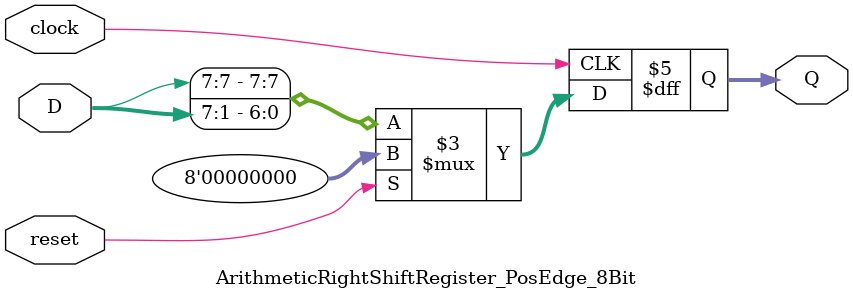
<source format=v>
module ArithmeticRightShiftRegister_PosEdge_8Bit (clock, reset, D, Q);
    input clock;
    input reset;
    input [7:0] D;
    output reg [7:0] Q;

    always @(posedge clock)
    begin
        if (reset)
            Q <= 8'b00000000;
        else
            Q <= {D[7], D[7:1]};        
    end
endmodule

</source>
